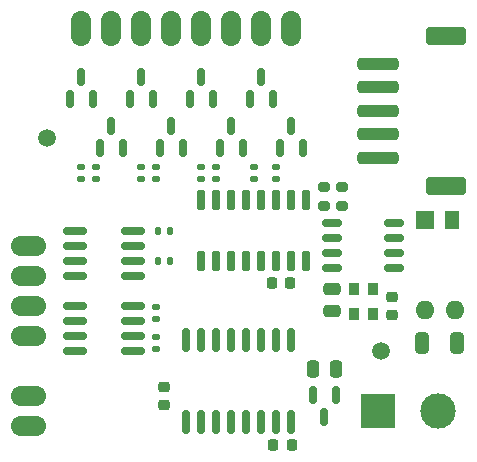
<source format=gbr>
%TF.GenerationSoftware,KiCad,Pcbnew,7.0.11-2.fc39*%
%TF.CreationDate,2024-08-16T08:17:41-07:00*%
%TF.ProjectId,wall_clock_full,77616c6c-5f63-46c6-9f63-6b5f66756c6c,A0*%
%TF.SameCoordinates,PX6d01460PY3072580*%
%TF.FileFunction,Soldermask,Top*%
%TF.FilePolarity,Negative*%
%FSLAX46Y46*%
G04 Gerber Fmt 4.6, Leading zero omitted, Abs format (unit mm)*
G04 Created by KiCad (PCBNEW 7.0.11-2.fc39) date 2024-08-16 08:17:41*
%MOMM*%
%LPD*%
G01*
G04 APERTURE LIST*
G04 Aperture macros list*
%AMRoundRect*
0 Rectangle with rounded corners*
0 $1 Rounding radius*
0 $2 $3 $4 $5 $6 $7 $8 $9 X,Y pos of 4 corners*
0 Add a 4 corners polygon primitive as box body*
4,1,4,$2,$3,$4,$5,$6,$7,$8,$9,$2,$3,0*
0 Add four circle primitives for the rounded corners*
1,1,$1+$1,$2,$3*
1,1,$1+$1,$4,$5*
1,1,$1+$1,$6,$7*
1,1,$1+$1,$8,$9*
0 Add four rect primitives between the rounded corners*
20,1,$1+$1,$2,$3,$4,$5,0*
20,1,$1+$1,$4,$5,$6,$7,0*
20,1,$1+$1,$6,$7,$8,$9,0*
20,1,$1+$1,$8,$9,$2,$3,0*%
%AMFreePoly0*
4,1,31,0.635000,0.558106,0.687664,0.499617,0.776514,0.345726,0.831425,0.176725,0.850000,0.000000,0.831425,-0.176725,0.776514,-0.345726,0.687664,-0.499617,0.635000,-0.558106,0.635000,-0.850000,0.000000,-0.850000,0.000000,-0.845344,-0.088849,-0.845344,-0.262664,-0.808398,-0.425000,-0.736122,-0.568761,-0.631673,-0.687664,-0.499617,-0.776514,-0.345726,-0.831425,-0.176725,-0.850000,0.000000,
-0.831425,0.176725,-0.776514,0.345726,-0.687664,0.499617,-0.568761,0.631673,-0.425000,0.736122,-0.262664,0.808398,-0.088849,0.845344,0.000000,0.845344,0.000000,0.850000,0.635000,0.850000,0.635000,0.558106,0.635000,0.558106,$1*%
%AMFreePoly1*
4,1,31,0.000000,0.845344,0.088849,0.845344,0.262664,0.808398,0.425000,0.736122,0.568761,0.631673,0.687664,0.499617,0.776514,0.345726,0.831425,0.176725,0.850000,0.000000,0.831425,-0.176725,0.776514,-0.345726,0.687664,-0.499617,0.568761,-0.631673,0.425000,-0.736122,0.262664,-0.808398,0.088849,-0.845344,0.000000,-0.845344,0.000000,-0.850000,-0.635000,-0.850000,-0.635000,-0.558106,
-0.687664,-0.499617,-0.776514,-0.345726,-0.831425,-0.176725,-0.850000,0.000000,-0.831425,0.176725,-0.776514,0.345726,-0.687664,0.499617,-0.635000,0.558106,-0.635000,0.850000,0.000000,0.850000,0.000000,0.845344,0.000000,0.845344,$1*%
G04 Aperture macros list end*
%ADD10RoundRect,0.200000X-0.275000X0.200000X-0.275000X-0.200000X0.275000X-0.200000X0.275000X0.200000X0*%
%ADD11FreePoly0,270.000000*%
%ADD12FreePoly1,270.000000*%
%ADD13RoundRect,0.135000X0.135000X0.185000X-0.135000X0.185000X-0.135000X-0.185000X0.135000X-0.185000X0*%
%ADD14FreePoly0,0.000000*%
%ADD15FreePoly1,0.000000*%
%ADD16RoundRect,0.150000X0.825000X0.150000X-0.825000X0.150000X-0.825000X-0.150000X0.825000X-0.150000X0*%
%ADD17RoundRect,0.150000X0.150000X-0.725000X0.150000X0.725000X-0.150000X0.725000X-0.150000X-0.725000X0*%
%ADD18RoundRect,0.135000X0.185000X-0.135000X0.185000X0.135000X-0.185000X0.135000X-0.185000X-0.135000X0*%
%ADD19RoundRect,0.225000X-0.250000X0.225000X-0.250000X-0.225000X0.250000X-0.225000X0.250000X0.225000X0*%
%ADD20RoundRect,0.150000X-0.150000X0.587500X-0.150000X-0.587500X0.150000X-0.587500X0.150000X0.587500X0*%
%ADD21RoundRect,0.150000X0.150000X-0.587500X0.150000X0.587500X-0.150000X0.587500X-0.150000X-0.587500X0*%
%ADD22C,1.500000*%
%ADD23R,1.600000X1.600000*%
%ADD24O,1.600000X1.600000*%
%ADD25RoundRect,0.150000X0.150000X-0.837500X0.150000X0.837500X-0.150000X0.837500X-0.150000X-0.837500X0*%
%ADD26RoundRect,0.150000X0.675000X0.150000X-0.675000X0.150000X-0.675000X-0.150000X0.675000X-0.150000X0*%
%ADD27R,1.300000X1.600000*%
%ADD28RoundRect,0.250000X0.325000X0.650000X-0.325000X0.650000X-0.325000X-0.650000X0.325000X-0.650000X0*%
%ADD29RoundRect,0.225000X-0.225000X-0.250000X0.225000X-0.250000X0.225000X0.250000X-0.225000X0.250000X0*%
%ADD30R,0.900000X1.000000*%
%ADD31RoundRect,0.250000X1.500000X-0.250000X1.500000X0.250000X-1.500000X0.250000X-1.500000X-0.250000X0*%
%ADD32RoundRect,0.250001X1.449999X-0.499999X1.449999X0.499999X-1.449999X0.499999X-1.449999X-0.499999X0*%
%ADD33RoundRect,0.225000X0.250000X-0.225000X0.250000X0.225000X-0.250000X0.225000X-0.250000X-0.225000X0*%
%ADD34RoundRect,0.250000X0.475000X-0.250000X0.475000X0.250000X-0.475000X0.250000X-0.475000X-0.250000X0*%
%ADD35RoundRect,0.250000X-0.250000X-0.475000X0.250000X-0.475000X0.250000X0.475000X-0.250000X0.475000X0*%
%ADD36R,3.000000X3.000000*%
%ADD37C,3.000000*%
G04 APERTURE END LIST*
D10*
%TO.C,R10*%
X27178000Y-14034000D03*
X27178000Y-15684000D03*
%TD*%
D11*
%TO.C,J7*%
X10160000Y0D03*
D12*
X10160000Y-1270000D03*
%TD*%
D11*
%TO.C,J5*%
X15240000Y0D03*
D12*
X15240000Y-1270000D03*
%TD*%
D13*
%TO.C,R12*%
X12575000Y-20320000D03*
X11555000Y-20320000D03*
%TD*%
D14*
%TO.C,J13*%
X0Y-24130000D03*
D15*
X1270000Y-24130000D03*
%TD*%
D16*
%TO.C,Q2*%
X9460000Y-27940000D03*
X9460000Y-26670000D03*
X9460000Y-25400000D03*
X9460000Y-24130000D03*
X4510000Y-24130000D03*
X4510000Y-25400000D03*
X4510000Y-26670000D03*
X4510000Y-27940000D03*
%TD*%
D17*
%TO.C,U3*%
X15240000Y-20355000D03*
X16510000Y-20355000D03*
X17780000Y-20355000D03*
X19050000Y-20355000D03*
X20320000Y-20355000D03*
X21590000Y-20355000D03*
X22860000Y-20355000D03*
X24130000Y-20355000D03*
X24130000Y-15205000D03*
X22860000Y-15205000D03*
X21590000Y-15205000D03*
X20320000Y-15205000D03*
X19050000Y-15205000D03*
X17780000Y-15205000D03*
X16510000Y-15205000D03*
X15240000Y-15205000D03*
%TD*%
D18*
%TO.C,R13*%
X11430000Y-25275000D03*
X11430000Y-24255000D03*
%TD*%
D11*
%TO.C,J9*%
X5080000Y0D03*
D12*
X5080000Y-1270000D03*
%TD*%
D13*
%TO.C,R11*%
X12575000Y-17780000D03*
X11555000Y-17780000D03*
%TD*%
D14*
%TO.C,J16*%
X0Y-34290000D03*
D15*
X1270000Y-34290000D03*
%TD*%
D11*
%TO.C,J2*%
X22860000Y0D03*
D12*
X22860000Y-1270000D03*
%TD*%
D19*
%TO.C,C4*%
X12065000Y-30975000D03*
X12065000Y-32525000D03*
%TD*%
D11*
%TO.C,J3*%
X20320000Y0D03*
D12*
X20320000Y-1270000D03*
%TD*%
D18*
%TO.C,R7*%
X6350000Y-13362500D03*
X6350000Y-12342500D03*
%TD*%
D10*
%TO.C,R9*%
X25654000Y-14034000D03*
X25654000Y-15684000D03*
%TD*%
D20*
%TO.C,U4*%
X26604000Y-31701500D03*
X24704000Y-31701500D03*
X25654000Y-33576500D03*
%TD*%
D21*
%TO.C,Q6*%
X14290000Y-6652500D03*
X16190000Y-6652500D03*
X15240000Y-4777500D03*
%TD*%
D16*
%TO.C,Q1*%
X9460000Y-21590000D03*
X9460000Y-20320000D03*
X9460000Y-19050000D03*
X9460000Y-17780000D03*
X4510000Y-17780000D03*
X4510000Y-19050000D03*
X4510000Y-20320000D03*
X4510000Y-21590000D03*
%TD*%
D11*
%TO.C,J8*%
X7620000Y0D03*
D12*
X7620000Y-1270000D03*
%TD*%
D18*
%TO.C,R4*%
X15240000Y-13362500D03*
X15240000Y-12342500D03*
%TD*%
D22*
%TO.C,FID1*%
X2159000Y-9906000D03*
%TD*%
D14*
%TO.C,J11*%
X0Y-19050000D03*
D15*
X1270000Y-19050000D03*
%TD*%
D14*
%TO.C,J12*%
X0Y-21590000D03*
D15*
X1270000Y-21590000D03*
%TD*%
D21*
%TO.C,Q3*%
X21910000Y-10795000D03*
X23810000Y-10795000D03*
X22860000Y-8920000D03*
%TD*%
%TO.C,Q8*%
X9210000Y-6652500D03*
X11110000Y-6652500D03*
X10160000Y-4777500D03*
%TD*%
D23*
%TO.C,D2*%
X34163000Y-16891000D03*
D24*
X34163000Y-24511000D03*
%TD*%
D18*
%TO.C,R5*%
X11430000Y-13362500D03*
X11430000Y-12342500D03*
%TD*%
D25*
%TO.C,U2*%
X13970000Y-33942500D03*
X15240000Y-33942500D03*
X16510000Y-33942500D03*
X17780000Y-33942500D03*
X19050000Y-33942500D03*
X20320000Y-33942500D03*
X21590000Y-33942500D03*
X22860000Y-33942500D03*
X22860000Y-27017500D03*
X21590000Y-27017500D03*
X20320000Y-27017500D03*
X19050000Y-27017500D03*
X17780000Y-27017500D03*
X16510000Y-27017500D03*
X15240000Y-27017500D03*
X13970000Y-27017500D03*
%TD*%
D18*
%TO.C,R3*%
X16510000Y-13362500D03*
X16510000Y-12342500D03*
%TD*%
D11*
%TO.C,J6*%
X12700000Y0D03*
D12*
X12700000Y-1270000D03*
%TD*%
D26*
%TO.C,U1*%
X31581000Y-20955000D03*
X31581000Y-19685000D03*
X31581000Y-18415000D03*
X31581000Y-17145000D03*
X26331000Y-17145000D03*
X26331000Y-18415000D03*
X26331000Y-19685000D03*
X26331000Y-20955000D03*
%TD*%
D21*
%TO.C,Q7*%
X11750000Y-10795000D03*
X13650000Y-10795000D03*
X12700000Y-8920000D03*
%TD*%
D18*
%TO.C,R6*%
X10160000Y-13362500D03*
X10160000Y-12342500D03*
%TD*%
D27*
%TO.C,D1*%
X36449000Y-16891000D03*
D24*
X36703000Y-24511000D03*
%TD*%
D28*
%TO.C,C6*%
X36908000Y-27299415D03*
X33958000Y-27299415D03*
%TD*%
D14*
%TO.C,J15*%
X0Y-31750000D03*
D15*
X1270000Y-31750000D03*
%TD*%
D21*
%TO.C,Q5*%
X16830000Y-10795000D03*
X18730000Y-10795000D03*
X17780000Y-8920000D03*
%TD*%
D18*
%TO.C,R2*%
X19685000Y-13362500D03*
X19685000Y-12342500D03*
%TD*%
D21*
%TO.C,Q4*%
X19370000Y-6652500D03*
X21270000Y-6652500D03*
X20320000Y-4777500D03*
%TD*%
D29*
%TO.C,C1*%
X21196000Y-22225000D03*
X22746000Y-22225000D03*
%TD*%
D30*
%TO.C,X1*%
X29731000Y-24824000D03*
X29731000Y-22674000D03*
X28181000Y-22674000D03*
X28181000Y-24824000D03*
%TD*%
D31*
%TO.C,J10*%
X30170000Y-11614415D03*
X30170000Y-9614415D03*
X30170000Y-7614415D03*
X30170000Y-5614415D03*
X30170000Y-3614415D03*
D32*
X35920000Y-13964415D03*
X35920000Y-1264415D03*
%TD*%
D18*
%TO.C,R14*%
X11430000Y-27815000D03*
X11430000Y-26795000D03*
%TD*%
D33*
%TO.C,C5*%
X31369000Y-24905000D03*
X31369000Y-23355000D03*
%TD*%
D34*
%TO.C,C2*%
X26289000Y-24572000D03*
X26289000Y-22672000D03*
%TD*%
D18*
%TO.C,R8*%
X5080000Y-13362500D03*
X5080000Y-12342500D03*
%TD*%
D14*
%TO.C,J14*%
X0Y-26670000D03*
D15*
X1270000Y-26670000D03*
%TD*%
D18*
%TO.C,R1*%
X21590000Y-13362500D03*
X21590000Y-12342500D03*
%TD*%
D29*
%TO.C,C3*%
X21323000Y-35941000D03*
X22873000Y-35941000D03*
%TD*%
D11*
%TO.C,J4*%
X17780000Y0D03*
D12*
X17780000Y-1270000D03*
%TD*%
D22*
%TO.C,FID2*%
X30480000Y-27940000D03*
%TD*%
D35*
%TO.C,C7*%
X24704000Y-29464000D03*
X26604000Y-29464000D03*
%TD*%
D36*
%TO.C,J1*%
X30226000Y-33014415D03*
D37*
X35306000Y-33014415D03*
%TD*%
D21*
%TO.C,Q9*%
X6670000Y-10795000D03*
X8570000Y-10795000D03*
X7620000Y-8920000D03*
%TD*%
%TO.C,Q10*%
X4130000Y-6652500D03*
X6030000Y-6652500D03*
X5080000Y-4777500D03*
%TD*%
M02*

</source>
